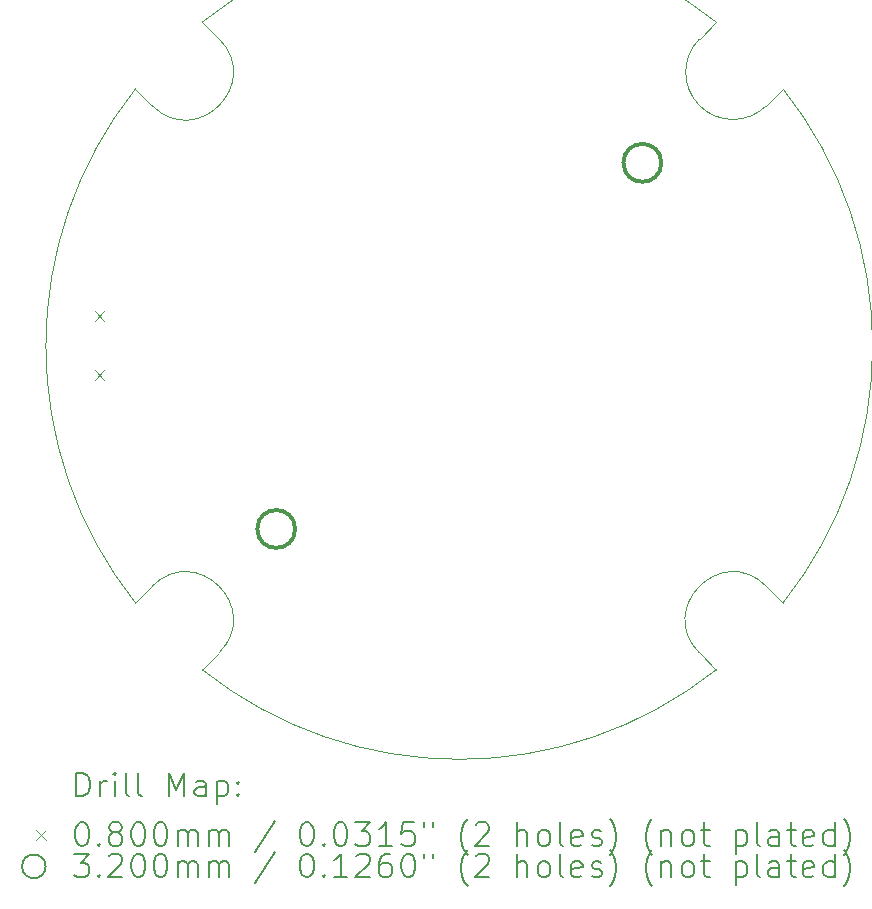
<source format=gbr>
%TF.GenerationSoftware,KiCad,Pcbnew,8.0.1*%
%TF.CreationDate,2024-06-06T10:40:47+02:00*%
%TF.ProjectId,led_strip_stand_lamp,6c65645f-7374-4726-9970-5f7374616e64,rev?*%
%TF.SameCoordinates,Original*%
%TF.FileFunction,Drillmap*%
%TF.FilePolarity,Positive*%
%FSLAX45Y45*%
G04 Gerber Fmt 4.5, Leading zero omitted, Abs format (unit mm)*
G04 Created by KiCad (PCBNEW 8.0.1) date 2024-06-06 10:40:48*
%MOMM*%
%LPD*%
G01*
G04 APERTURE LIST*
%ADD10C,0.050000*%
%ADD11C,0.200000*%
%ADD12C,0.100000*%
%ADD13C,0.320000*%
G04 APERTURE END LIST*
D10*
X-2006968Y2624230D02*
X-2148389Y2765651D01*
X2627321Y-2010476D02*
X2768743Y-2151898D01*
X-2714257Y-2151634D02*
G75*
G02*
X-2714075Y2200000I2741590J2175702D01*
G01*
X2061844Y2624021D02*
X2203266Y2765443D01*
X-2572862Y-2010268D02*
X-2714257Y-2151668D01*
X-2572654Y2058544D02*
X-2714075Y2199965D01*
X2203057Y-2717583D02*
G75*
G02*
X-2148619Y-2717401I-2175723J2741617D01*
G01*
X2061636Y-2576162D02*
X2203057Y-2717583D01*
X-2007176Y-2575954D02*
X-2148598Y-2717375D01*
X2768925Y2199736D02*
G75*
G02*
X2768743Y-2151898I-2741591J-2175702D01*
G01*
X2061636Y-2576162D02*
G75*
G02*
X2627321Y-2010476I282843J282842D01*
G01*
X-2572862Y-2010268D02*
G75*
G02*
X-2007176Y-2575953I282843J-282843D01*
G01*
X-2006968Y2624230D02*
G75*
G02*
X-2572654Y2058544I-282843J-282843D01*
G01*
X-2148389Y2765651D02*
G75*
G02*
X2203286Y2765469I2175723J-2741617D01*
G01*
X2627531Y2058334D02*
G75*
G02*
X2061844Y2624021I-282851J282836D01*
G01*
X2627530Y2058336D02*
X2768925Y2199736D01*
D11*
D12*
X-3060000Y316203D02*
X-2980000Y236203D01*
X-2980000Y316203D02*
X-3060000Y236203D01*
X-3060000Y-183797D02*
X-2980000Y-263797D01*
X-2980000Y-183797D02*
X-3060000Y-263797D01*
D13*
X-1362666Y-1525966D02*
G75*
G02*
X-1682666Y-1525966I-160000J0D01*
G01*
X-1682666Y-1525966D02*
G75*
G02*
X-1362666Y-1525966I160000J0D01*
G01*
X1737334Y1574034D02*
G75*
G02*
X1417334Y1574034I-160000J0D01*
G01*
X1417334Y1574034D02*
G75*
G02*
X1737334Y1574034I160000J0D01*
G01*
D11*
X-3214389Y-3789983D02*
X-3214389Y-3589983D01*
X-3214389Y-3589983D02*
X-3166770Y-3589983D01*
X-3166770Y-3589983D02*
X-3138199Y-3599507D01*
X-3138199Y-3599507D02*
X-3119151Y-3618555D01*
X-3119151Y-3618555D02*
X-3109627Y-3637602D01*
X-3109627Y-3637602D02*
X-3100103Y-3675697D01*
X-3100103Y-3675697D02*
X-3100103Y-3704269D01*
X-3100103Y-3704269D02*
X-3109627Y-3742364D01*
X-3109627Y-3742364D02*
X-3119151Y-3761412D01*
X-3119151Y-3761412D02*
X-3138199Y-3780459D01*
X-3138199Y-3780459D02*
X-3166770Y-3789983D01*
X-3166770Y-3789983D02*
X-3214389Y-3789983D01*
X-3014389Y-3789983D02*
X-3014389Y-3656650D01*
X-3014389Y-3694745D02*
X-3004865Y-3675697D01*
X-3004865Y-3675697D02*
X-2995341Y-3666174D01*
X-2995341Y-3666174D02*
X-2976294Y-3656650D01*
X-2976294Y-3656650D02*
X-2957246Y-3656650D01*
X-2890580Y-3789983D02*
X-2890580Y-3656650D01*
X-2890580Y-3589983D02*
X-2900103Y-3599507D01*
X-2900103Y-3599507D02*
X-2890580Y-3609031D01*
X-2890580Y-3609031D02*
X-2881056Y-3599507D01*
X-2881056Y-3599507D02*
X-2890580Y-3589983D01*
X-2890580Y-3589983D02*
X-2890580Y-3609031D01*
X-2766770Y-3789983D02*
X-2785818Y-3780459D01*
X-2785818Y-3780459D02*
X-2795342Y-3761412D01*
X-2795342Y-3761412D02*
X-2795342Y-3589983D01*
X-2662008Y-3789983D02*
X-2681056Y-3780459D01*
X-2681056Y-3780459D02*
X-2690580Y-3761412D01*
X-2690580Y-3761412D02*
X-2690580Y-3589983D01*
X-2433437Y-3789983D02*
X-2433437Y-3589983D01*
X-2433437Y-3589983D02*
X-2366770Y-3732840D01*
X-2366770Y-3732840D02*
X-2300103Y-3589983D01*
X-2300103Y-3589983D02*
X-2300103Y-3789983D01*
X-2119151Y-3789983D02*
X-2119151Y-3685221D01*
X-2119151Y-3685221D02*
X-2128675Y-3666174D01*
X-2128675Y-3666174D02*
X-2147722Y-3656650D01*
X-2147722Y-3656650D02*
X-2185818Y-3656650D01*
X-2185818Y-3656650D02*
X-2204865Y-3666174D01*
X-2119151Y-3780459D02*
X-2138199Y-3789983D01*
X-2138199Y-3789983D02*
X-2185818Y-3789983D01*
X-2185818Y-3789983D02*
X-2204865Y-3780459D01*
X-2204865Y-3780459D02*
X-2214389Y-3761412D01*
X-2214389Y-3761412D02*
X-2214389Y-3742364D01*
X-2214389Y-3742364D02*
X-2204865Y-3723317D01*
X-2204865Y-3723317D02*
X-2185818Y-3713793D01*
X-2185818Y-3713793D02*
X-2138199Y-3713793D01*
X-2138199Y-3713793D02*
X-2119151Y-3704269D01*
X-2023913Y-3656650D02*
X-2023913Y-3856650D01*
X-2023913Y-3666174D02*
X-2004865Y-3656650D01*
X-2004865Y-3656650D02*
X-1966770Y-3656650D01*
X-1966770Y-3656650D02*
X-1947722Y-3666174D01*
X-1947722Y-3666174D02*
X-1938199Y-3675697D01*
X-1938199Y-3675697D02*
X-1928675Y-3694745D01*
X-1928675Y-3694745D02*
X-1928675Y-3751888D01*
X-1928675Y-3751888D02*
X-1938199Y-3770936D01*
X-1938199Y-3770936D02*
X-1947722Y-3780459D01*
X-1947722Y-3780459D02*
X-1966770Y-3789983D01*
X-1966770Y-3789983D02*
X-2004865Y-3789983D01*
X-2004865Y-3789983D02*
X-2023913Y-3780459D01*
X-1842960Y-3770936D02*
X-1833437Y-3780459D01*
X-1833437Y-3780459D02*
X-1842960Y-3789983D01*
X-1842960Y-3789983D02*
X-1852484Y-3780459D01*
X-1852484Y-3780459D02*
X-1842960Y-3770936D01*
X-1842960Y-3770936D02*
X-1842960Y-3789983D01*
X-1842960Y-3666174D02*
X-1833437Y-3675697D01*
X-1833437Y-3675697D02*
X-1842960Y-3685221D01*
X-1842960Y-3685221D02*
X-1852484Y-3675697D01*
X-1852484Y-3675697D02*
X-1842960Y-3666174D01*
X-1842960Y-3666174D02*
X-1842960Y-3685221D01*
D12*
X-3555166Y-4078499D02*
X-3475166Y-4158499D01*
X-3475166Y-4078499D02*
X-3555166Y-4158499D01*
D11*
X-3176294Y-4009983D02*
X-3157246Y-4009983D01*
X-3157246Y-4009983D02*
X-3138199Y-4019507D01*
X-3138199Y-4019507D02*
X-3128675Y-4029031D01*
X-3128675Y-4029031D02*
X-3119151Y-4048078D01*
X-3119151Y-4048078D02*
X-3109627Y-4086174D01*
X-3109627Y-4086174D02*
X-3109627Y-4133793D01*
X-3109627Y-4133793D02*
X-3119151Y-4171888D01*
X-3119151Y-4171888D02*
X-3128675Y-4190936D01*
X-3128675Y-4190936D02*
X-3138199Y-4200460D01*
X-3138199Y-4200460D02*
X-3157246Y-4209983D01*
X-3157246Y-4209983D02*
X-3176294Y-4209983D01*
X-3176294Y-4209983D02*
X-3195341Y-4200460D01*
X-3195341Y-4200460D02*
X-3204865Y-4190936D01*
X-3204865Y-4190936D02*
X-3214389Y-4171888D01*
X-3214389Y-4171888D02*
X-3223913Y-4133793D01*
X-3223913Y-4133793D02*
X-3223913Y-4086174D01*
X-3223913Y-4086174D02*
X-3214389Y-4048078D01*
X-3214389Y-4048078D02*
X-3204865Y-4029031D01*
X-3204865Y-4029031D02*
X-3195341Y-4019507D01*
X-3195341Y-4019507D02*
X-3176294Y-4009983D01*
X-3023913Y-4190936D02*
X-3014389Y-4200460D01*
X-3014389Y-4200460D02*
X-3023913Y-4209983D01*
X-3023913Y-4209983D02*
X-3033437Y-4200460D01*
X-3033437Y-4200460D02*
X-3023913Y-4190936D01*
X-3023913Y-4190936D02*
X-3023913Y-4209983D01*
X-2900103Y-4095697D02*
X-2919151Y-4086174D01*
X-2919151Y-4086174D02*
X-2928675Y-4076650D01*
X-2928675Y-4076650D02*
X-2938199Y-4057602D01*
X-2938199Y-4057602D02*
X-2938199Y-4048078D01*
X-2938199Y-4048078D02*
X-2928675Y-4029031D01*
X-2928675Y-4029031D02*
X-2919151Y-4019507D01*
X-2919151Y-4019507D02*
X-2900103Y-4009983D01*
X-2900103Y-4009983D02*
X-2862008Y-4009983D01*
X-2862008Y-4009983D02*
X-2842960Y-4019507D01*
X-2842960Y-4019507D02*
X-2833437Y-4029031D01*
X-2833437Y-4029031D02*
X-2823913Y-4048078D01*
X-2823913Y-4048078D02*
X-2823913Y-4057602D01*
X-2823913Y-4057602D02*
X-2833437Y-4076650D01*
X-2833437Y-4076650D02*
X-2842960Y-4086174D01*
X-2842960Y-4086174D02*
X-2862008Y-4095697D01*
X-2862008Y-4095697D02*
X-2900103Y-4095697D01*
X-2900103Y-4095697D02*
X-2919151Y-4105221D01*
X-2919151Y-4105221D02*
X-2928675Y-4114745D01*
X-2928675Y-4114745D02*
X-2938199Y-4133793D01*
X-2938199Y-4133793D02*
X-2938199Y-4171888D01*
X-2938199Y-4171888D02*
X-2928675Y-4190936D01*
X-2928675Y-4190936D02*
X-2919151Y-4200460D01*
X-2919151Y-4200460D02*
X-2900103Y-4209983D01*
X-2900103Y-4209983D02*
X-2862008Y-4209983D01*
X-2862008Y-4209983D02*
X-2842960Y-4200460D01*
X-2842960Y-4200460D02*
X-2833437Y-4190936D01*
X-2833437Y-4190936D02*
X-2823913Y-4171888D01*
X-2823913Y-4171888D02*
X-2823913Y-4133793D01*
X-2823913Y-4133793D02*
X-2833437Y-4114745D01*
X-2833437Y-4114745D02*
X-2842960Y-4105221D01*
X-2842960Y-4105221D02*
X-2862008Y-4095697D01*
X-2700103Y-4009983D02*
X-2681056Y-4009983D01*
X-2681056Y-4009983D02*
X-2662008Y-4019507D01*
X-2662008Y-4019507D02*
X-2652484Y-4029031D01*
X-2652484Y-4029031D02*
X-2642961Y-4048078D01*
X-2642961Y-4048078D02*
X-2633437Y-4086174D01*
X-2633437Y-4086174D02*
X-2633437Y-4133793D01*
X-2633437Y-4133793D02*
X-2642961Y-4171888D01*
X-2642961Y-4171888D02*
X-2652484Y-4190936D01*
X-2652484Y-4190936D02*
X-2662008Y-4200460D01*
X-2662008Y-4200460D02*
X-2681056Y-4209983D01*
X-2681056Y-4209983D02*
X-2700103Y-4209983D01*
X-2700103Y-4209983D02*
X-2719151Y-4200460D01*
X-2719151Y-4200460D02*
X-2728675Y-4190936D01*
X-2728675Y-4190936D02*
X-2738199Y-4171888D01*
X-2738199Y-4171888D02*
X-2747722Y-4133793D01*
X-2747722Y-4133793D02*
X-2747722Y-4086174D01*
X-2747722Y-4086174D02*
X-2738199Y-4048078D01*
X-2738199Y-4048078D02*
X-2728675Y-4029031D01*
X-2728675Y-4029031D02*
X-2719151Y-4019507D01*
X-2719151Y-4019507D02*
X-2700103Y-4009983D01*
X-2509627Y-4009983D02*
X-2490580Y-4009983D01*
X-2490580Y-4009983D02*
X-2471532Y-4019507D01*
X-2471532Y-4019507D02*
X-2462008Y-4029031D01*
X-2462008Y-4029031D02*
X-2452484Y-4048078D01*
X-2452484Y-4048078D02*
X-2442961Y-4086174D01*
X-2442961Y-4086174D02*
X-2442961Y-4133793D01*
X-2442961Y-4133793D02*
X-2452484Y-4171888D01*
X-2452484Y-4171888D02*
X-2462008Y-4190936D01*
X-2462008Y-4190936D02*
X-2471532Y-4200460D01*
X-2471532Y-4200460D02*
X-2490580Y-4209983D01*
X-2490580Y-4209983D02*
X-2509627Y-4209983D01*
X-2509627Y-4209983D02*
X-2528675Y-4200460D01*
X-2528675Y-4200460D02*
X-2538199Y-4190936D01*
X-2538199Y-4190936D02*
X-2547722Y-4171888D01*
X-2547722Y-4171888D02*
X-2557246Y-4133793D01*
X-2557246Y-4133793D02*
X-2557246Y-4086174D01*
X-2557246Y-4086174D02*
X-2547722Y-4048078D01*
X-2547722Y-4048078D02*
X-2538199Y-4029031D01*
X-2538199Y-4029031D02*
X-2528675Y-4019507D01*
X-2528675Y-4019507D02*
X-2509627Y-4009983D01*
X-2357246Y-4209983D02*
X-2357246Y-4076650D01*
X-2357246Y-4095697D02*
X-2347722Y-4086174D01*
X-2347722Y-4086174D02*
X-2328675Y-4076650D01*
X-2328675Y-4076650D02*
X-2300103Y-4076650D01*
X-2300103Y-4076650D02*
X-2281056Y-4086174D01*
X-2281056Y-4086174D02*
X-2271532Y-4105221D01*
X-2271532Y-4105221D02*
X-2271532Y-4209983D01*
X-2271532Y-4105221D02*
X-2262008Y-4086174D01*
X-2262008Y-4086174D02*
X-2242961Y-4076650D01*
X-2242961Y-4076650D02*
X-2214389Y-4076650D01*
X-2214389Y-4076650D02*
X-2195341Y-4086174D01*
X-2195341Y-4086174D02*
X-2185818Y-4105221D01*
X-2185818Y-4105221D02*
X-2185818Y-4209983D01*
X-2090579Y-4209983D02*
X-2090579Y-4076650D01*
X-2090579Y-4095697D02*
X-2081056Y-4086174D01*
X-2081056Y-4086174D02*
X-2062008Y-4076650D01*
X-2062008Y-4076650D02*
X-2033437Y-4076650D01*
X-2033437Y-4076650D02*
X-2014389Y-4086174D01*
X-2014389Y-4086174D02*
X-2004865Y-4105221D01*
X-2004865Y-4105221D02*
X-2004865Y-4209983D01*
X-2004865Y-4105221D02*
X-1995341Y-4086174D01*
X-1995341Y-4086174D02*
X-1976294Y-4076650D01*
X-1976294Y-4076650D02*
X-1947722Y-4076650D01*
X-1947722Y-4076650D02*
X-1928675Y-4086174D01*
X-1928675Y-4086174D02*
X-1919151Y-4105221D01*
X-1919151Y-4105221D02*
X-1919151Y-4209983D01*
X-1528675Y-4000459D02*
X-1700103Y-4257602D01*
X-1271532Y-4009983D02*
X-1252484Y-4009983D01*
X-1252484Y-4009983D02*
X-1233437Y-4019507D01*
X-1233437Y-4019507D02*
X-1223913Y-4029031D01*
X-1223913Y-4029031D02*
X-1214389Y-4048078D01*
X-1214389Y-4048078D02*
X-1204865Y-4086174D01*
X-1204865Y-4086174D02*
X-1204865Y-4133793D01*
X-1204865Y-4133793D02*
X-1214389Y-4171888D01*
X-1214389Y-4171888D02*
X-1223913Y-4190936D01*
X-1223913Y-4190936D02*
X-1233437Y-4200460D01*
X-1233437Y-4200460D02*
X-1252484Y-4209983D01*
X-1252484Y-4209983D02*
X-1271532Y-4209983D01*
X-1271532Y-4209983D02*
X-1290579Y-4200460D01*
X-1290579Y-4200460D02*
X-1300103Y-4190936D01*
X-1300103Y-4190936D02*
X-1309627Y-4171888D01*
X-1309627Y-4171888D02*
X-1319151Y-4133793D01*
X-1319151Y-4133793D02*
X-1319151Y-4086174D01*
X-1319151Y-4086174D02*
X-1309627Y-4048078D01*
X-1309627Y-4048078D02*
X-1300103Y-4029031D01*
X-1300103Y-4029031D02*
X-1290579Y-4019507D01*
X-1290579Y-4019507D02*
X-1271532Y-4009983D01*
X-1119151Y-4190936D02*
X-1109627Y-4200460D01*
X-1109627Y-4200460D02*
X-1119151Y-4209983D01*
X-1119151Y-4209983D02*
X-1128675Y-4200460D01*
X-1128675Y-4200460D02*
X-1119151Y-4190936D01*
X-1119151Y-4190936D02*
X-1119151Y-4209983D01*
X-985817Y-4009983D02*
X-966770Y-4009983D01*
X-966770Y-4009983D02*
X-947722Y-4019507D01*
X-947722Y-4019507D02*
X-938198Y-4029031D01*
X-938198Y-4029031D02*
X-928675Y-4048078D01*
X-928675Y-4048078D02*
X-919151Y-4086174D01*
X-919151Y-4086174D02*
X-919151Y-4133793D01*
X-919151Y-4133793D02*
X-928675Y-4171888D01*
X-928675Y-4171888D02*
X-938198Y-4190936D01*
X-938198Y-4190936D02*
X-947722Y-4200460D01*
X-947722Y-4200460D02*
X-966770Y-4209983D01*
X-966770Y-4209983D02*
X-985817Y-4209983D01*
X-985817Y-4209983D02*
X-1004865Y-4200460D01*
X-1004865Y-4200460D02*
X-1014389Y-4190936D01*
X-1014389Y-4190936D02*
X-1023913Y-4171888D01*
X-1023913Y-4171888D02*
X-1033436Y-4133793D01*
X-1033436Y-4133793D02*
X-1033436Y-4086174D01*
X-1033436Y-4086174D02*
X-1023913Y-4048078D01*
X-1023913Y-4048078D02*
X-1014389Y-4029031D01*
X-1014389Y-4029031D02*
X-1004865Y-4019507D01*
X-1004865Y-4019507D02*
X-985817Y-4009983D01*
X-852484Y-4009983D02*
X-728675Y-4009983D01*
X-728675Y-4009983D02*
X-795341Y-4086174D01*
X-795341Y-4086174D02*
X-766770Y-4086174D01*
X-766770Y-4086174D02*
X-747722Y-4095697D01*
X-747722Y-4095697D02*
X-738198Y-4105221D01*
X-738198Y-4105221D02*
X-728675Y-4124269D01*
X-728675Y-4124269D02*
X-728675Y-4171888D01*
X-728675Y-4171888D02*
X-738198Y-4190936D01*
X-738198Y-4190936D02*
X-747722Y-4200460D01*
X-747722Y-4200460D02*
X-766770Y-4209983D01*
X-766770Y-4209983D02*
X-823913Y-4209983D01*
X-823913Y-4209983D02*
X-842960Y-4200460D01*
X-842960Y-4200460D02*
X-852484Y-4190936D01*
X-538198Y-4209983D02*
X-652484Y-4209983D01*
X-595341Y-4209983D02*
X-595341Y-4009983D01*
X-595341Y-4009983D02*
X-614389Y-4038555D01*
X-614389Y-4038555D02*
X-633437Y-4057602D01*
X-633437Y-4057602D02*
X-652484Y-4067126D01*
X-357246Y-4009983D02*
X-452484Y-4009983D01*
X-452484Y-4009983D02*
X-462008Y-4105221D01*
X-462008Y-4105221D02*
X-452484Y-4095697D01*
X-452484Y-4095697D02*
X-433436Y-4086174D01*
X-433436Y-4086174D02*
X-385817Y-4086174D01*
X-385817Y-4086174D02*
X-366770Y-4095697D01*
X-366770Y-4095697D02*
X-357246Y-4105221D01*
X-357246Y-4105221D02*
X-347722Y-4124269D01*
X-347722Y-4124269D02*
X-347722Y-4171888D01*
X-347722Y-4171888D02*
X-357246Y-4190936D01*
X-357246Y-4190936D02*
X-366770Y-4200460D01*
X-366770Y-4200460D02*
X-385817Y-4209983D01*
X-385817Y-4209983D02*
X-433436Y-4209983D01*
X-433436Y-4209983D02*
X-452484Y-4200460D01*
X-452484Y-4200460D02*
X-462008Y-4190936D01*
X-271532Y-4009983D02*
X-271532Y-4048078D01*
X-195341Y-4009983D02*
X-195341Y-4048078D01*
X99897Y-4286174D02*
X90373Y-4276650D01*
X90373Y-4276650D02*
X71325Y-4248079D01*
X71325Y-4248079D02*
X61802Y-4229031D01*
X61802Y-4229031D02*
X52278Y-4200460D01*
X52278Y-4200460D02*
X42754Y-4152840D01*
X42754Y-4152840D02*
X42754Y-4114745D01*
X42754Y-4114745D02*
X52278Y-4067126D01*
X52278Y-4067126D02*
X61802Y-4038555D01*
X61802Y-4038555D02*
X71325Y-4019507D01*
X71325Y-4019507D02*
X90373Y-3990936D01*
X90373Y-3990936D02*
X99897Y-3981412D01*
X166564Y-4029031D02*
X176087Y-4019507D01*
X176087Y-4019507D02*
X195135Y-4009983D01*
X195135Y-4009983D02*
X242754Y-4009983D01*
X242754Y-4009983D02*
X261802Y-4019507D01*
X261802Y-4019507D02*
X271325Y-4029031D01*
X271325Y-4029031D02*
X280849Y-4048078D01*
X280849Y-4048078D02*
X280849Y-4067126D01*
X280849Y-4067126D02*
X271325Y-4095697D01*
X271325Y-4095697D02*
X157040Y-4209983D01*
X157040Y-4209983D02*
X280849Y-4209983D01*
X518944Y-4209983D02*
X518944Y-4009983D01*
X604659Y-4209983D02*
X604659Y-4105221D01*
X604659Y-4105221D02*
X595135Y-4086174D01*
X595135Y-4086174D02*
X576087Y-4076650D01*
X576087Y-4076650D02*
X547516Y-4076650D01*
X547516Y-4076650D02*
X528468Y-4086174D01*
X528468Y-4086174D02*
X518944Y-4095697D01*
X728468Y-4209983D02*
X709421Y-4200460D01*
X709421Y-4200460D02*
X699897Y-4190936D01*
X699897Y-4190936D02*
X690373Y-4171888D01*
X690373Y-4171888D02*
X690373Y-4114745D01*
X690373Y-4114745D02*
X699897Y-4095697D01*
X699897Y-4095697D02*
X709421Y-4086174D01*
X709421Y-4086174D02*
X728468Y-4076650D01*
X728468Y-4076650D02*
X757040Y-4076650D01*
X757040Y-4076650D02*
X776087Y-4086174D01*
X776087Y-4086174D02*
X785611Y-4095697D01*
X785611Y-4095697D02*
X795135Y-4114745D01*
X795135Y-4114745D02*
X795135Y-4171888D01*
X795135Y-4171888D02*
X785611Y-4190936D01*
X785611Y-4190936D02*
X776087Y-4200460D01*
X776087Y-4200460D02*
X757040Y-4209983D01*
X757040Y-4209983D02*
X728468Y-4209983D01*
X909421Y-4209983D02*
X890373Y-4200460D01*
X890373Y-4200460D02*
X880849Y-4181412D01*
X880849Y-4181412D02*
X880849Y-4009983D01*
X1061802Y-4200460D02*
X1042754Y-4209983D01*
X1042754Y-4209983D02*
X1004659Y-4209983D01*
X1004659Y-4209983D02*
X985611Y-4200460D01*
X985611Y-4200460D02*
X976087Y-4181412D01*
X976087Y-4181412D02*
X976087Y-4105221D01*
X976087Y-4105221D02*
X985611Y-4086174D01*
X985611Y-4086174D02*
X1004659Y-4076650D01*
X1004659Y-4076650D02*
X1042754Y-4076650D01*
X1042754Y-4076650D02*
X1061802Y-4086174D01*
X1061802Y-4086174D02*
X1071326Y-4105221D01*
X1071326Y-4105221D02*
X1071326Y-4124269D01*
X1071326Y-4124269D02*
X976087Y-4143317D01*
X1147516Y-4200460D02*
X1166564Y-4209983D01*
X1166564Y-4209983D02*
X1204659Y-4209983D01*
X1204659Y-4209983D02*
X1223707Y-4200460D01*
X1223707Y-4200460D02*
X1233230Y-4181412D01*
X1233230Y-4181412D02*
X1233230Y-4171888D01*
X1233230Y-4171888D02*
X1223707Y-4152840D01*
X1223707Y-4152840D02*
X1204659Y-4143317D01*
X1204659Y-4143317D02*
X1176087Y-4143317D01*
X1176087Y-4143317D02*
X1157040Y-4133793D01*
X1157040Y-4133793D02*
X1147516Y-4114745D01*
X1147516Y-4114745D02*
X1147516Y-4105221D01*
X1147516Y-4105221D02*
X1157040Y-4086174D01*
X1157040Y-4086174D02*
X1176087Y-4076650D01*
X1176087Y-4076650D02*
X1204659Y-4076650D01*
X1204659Y-4076650D02*
X1223707Y-4086174D01*
X1299897Y-4286174D02*
X1309421Y-4276650D01*
X1309421Y-4276650D02*
X1328468Y-4248079D01*
X1328468Y-4248079D02*
X1337992Y-4229031D01*
X1337992Y-4229031D02*
X1347516Y-4200460D01*
X1347516Y-4200460D02*
X1357040Y-4152840D01*
X1357040Y-4152840D02*
X1357040Y-4114745D01*
X1357040Y-4114745D02*
X1347516Y-4067126D01*
X1347516Y-4067126D02*
X1337992Y-4038555D01*
X1337992Y-4038555D02*
X1328468Y-4019507D01*
X1328468Y-4019507D02*
X1309421Y-3990936D01*
X1309421Y-3990936D02*
X1299897Y-3981412D01*
X1661802Y-4286174D02*
X1652278Y-4276650D01*
X1652278Y-4276650D02*
X1633230Y-4248079D01*
X1633230Y-4248079D02*
X1623706Y-4229031D01*
X1623706Y-4229031D02*
X1614183Y-4200460D01*
X1614183Y-4200460D02*
X1604659Y-4152840D01*
X1604659Y-4152840D02*
X1604659Y-4114745D01*
X1604659Y-4114745D02*
X1614183Y-4067126D01*
X1614183Y-4067126D02*
X1623706Y-4038555D01*
X1623706Y-4038555D02*
X1633230Y-4019507D01*
X1633230Y-4019507D02*
X1652278Y-3990936D01*
X1652278Y-3990936D02*
X1661802Y-3981412D01*
X1737992Y-4076650D02*
X1737992Y-4209983D01*
X1737992Y-4095697D02*
X1747516Y-4086174D01*
X1747516Y-4086174D02*
X1766564Y-4076650D01*
X1766564Y-4076650D02*
X1795135Y-4076650D01*
X1795135Y-4076650D02*
X1814183Y-4086174D01*
X1814183Y-4086174D02*
X1823706Y-4105221D01*
X1823706Y-4105221D02*
X1823706Y-4209983D01*
X1947516Y-4209983D02*
X1928468Y-4200460D01*
X1928468Y-4200460D02*
X1918945Y-4190936D01*
X1918945Y-4190936D02*
X1909421Y-4171888D01*
X1909421Y-4171888D02*
X1909421Y-4114745D01*
X1909421Y-4114745D02*
X1918945Y-4095697D01*
X1918945Y-4095697D02*
X1928468Y-4086174D01*
X1928468Y-4086174D02*
X1947516Y-4076650D01*
X1947516Y-4076650D02*
X1976087Y-4076650D01*
X1976087Y-4076650D02*
X1995135Y-4086174D01*
X1995135Y-4086174D02*
X2004659Y-4095697D01*
X2004659Y-4095697D02*
X2014183Y-4114745D01*
X2014183Y-4114745D02*
X2014183Y-4171888D01*
X2014183Y-4171888D02*
X2004659Y-4190936D01*
X2004659Y-4190936D02*
X1995135Y-4200460D01*
X1995135Y-4200460D02*
X1976087Y-4209983D01*
X1976087Y-4209983D02*
X1947516Y-4209983D01*
X2071326Y-4076650D02*
X2147516Y-4076650D01*
X2099897Y-4009983D02*
X2099897Y-4181412D01*
X2099897Y-4181412D02*
X2109421Y-4200460D01*
X2109421Y-4200460D02*
X2128468Y-4209983D01*
X2128468Y-4209983D02*
X2147516Y-4209983D01*
X2366564Y-4076650D02*
X2366564Y-4276650D01*
X2366564Y-4086174D02*
X2385611Y-4076650D01*
X2385611Y-4076650D02*
X2423707Y-4076650D01*
X2423707Y-4076650D02*
X2442754Y-4086174D01*
X2442754Y-4086174D02*
X2452278Y-4095697D01*
X2452278Y-4095697D02*
X2461802Y-4114745D01*
X2461802Y-4114745D02*
X2461802Y-4171888D01*
X2461802Y-4171888D02*
X2452278Y-4190936D01*
X2452278Y-4190936D02*
X2442754Y-4200460D01*
X2442754Y-4200460D02*
X2423707Y-4209983D01*
X2423707Y-4209983D02*
X2385611Y-4209983D01*
X2385611Y-4209983D02*
X2366564Y-4200460D01*
X2576088Y-4209983D02*
X2557040Y-4200460D01*
X2557040Y-4200460D02*
X2547516Y-4181412D01*
X2547516Y-4181412D02*
X2547516Y-4009983D01*
X2737992Y-4209983D02*
X2737992Y-4105221D01*
X2737992Y-4105221D02*
X2728469Y-4086174D01*
X2728469Y-4086174D02*
X2709421Y-4076650D01*
X2709421Y-4076650D02*
X2671326Y-4076650D01*
X2671326Y-4076650D02*
X2652278Y-4086174D01*
X2737992Y-4200460D02*
X2718945Y-4209983D01*
X2718945Y-4209983D02*
X2671326Y-4209983D01*
X2671326Y-4209983D02*
X2652278Y-4200460D01*
X2652278Y-4200460D02*
X2642754Y-4181412D01*
X2642754Y-4181412D02*
X2642754Y-4162364D01*
X2642754Y-4162364D02*
X2652278Y-4143317D01*
X2652278Y-4143317D02*
X2671326Y-4133793D01*
X2671326Y-4133793D02*
X2718945Y-4133793D01*
X2718945Y-4133793D02*
X2737992Y-4124269D01*
X2804659Y-4076650D02*
X2880849Y-4076650D01*
X2833230Y-4009983D02*
X2833230Y-4181412D01*
X2833230Y-4181412D02*
X2842754Y-4200460D01*
X2842754Y-4200460D02*
X2861802Y-4209983D01*
X2861802Y-4209983D02*
X2880849Y-4209983D01*
X3023707Y-4200460D02*
X3004659Y-4209983D01*
X3004659Y-4209983D02*
X2966564Y-4209983D01*
X2966564Y-4209983D02*
X2947516Y-4200460D01*
X2947516Y-4200460D02*
X2937992Y-4181412D01*
X2937992Y-4181412D02*
X2937992Y-4105221D01*
X2937992Y-4105221D02*
X2947516Y-4086174D01*
X2947516Y-4086174D02*
X2966564Y-4076650D01*
X2966564Y-4076650D02*
X3004659Y-4076650D01*
X3004659Y-4076650D02*
X3023707Y-4086174D01*
X3023707Y-4086174D02*
X3033230Y-4105221D01*
X3033230Y-4105221D02*
X3033230Y-4124269D01*
X3033230Y-4124269D02*
X2937992Y-4143317D01*
X3204659Y-4209983D02*
X3204659Y-4009983D01*
X3204659Y-4200460D02*
X3185611Y-4209983D01*
X3185611Y-4209983D02*
X3147516Y-4209983D01*
X3147516Y-4209983D02*
X3128468Y-4200460D01*
X3128468Y-4200460D02*
X3118945Y-4190936D01*
X3118945Y-4190936D02*
X3109421Y-4171888D01*
X3109421Y-4171888D02*
X3109421Y-4114745D01*
X3109421Y-4114745D02*
X3118945Y-4095697D01*
X3118945Y-4095697D02*
X3128468Y-4086174D01*
X3128468Y-4086174D02*
X3147516Y-4076650D01*
X3147516Y-4076650D02*
X3185611Y-4076650D01*
X3185611Y-4076650D02*
X3204659Y-4086174D01*
X3280849Y-4286174D02*
X3290373Y-4276650D01*
X3290373Y-4276650D02*
X3309421Y-4248079D01*
X3309421Y-4248079D02*
X3318945Y-4229031D01*
X3318945Y-4229031D02*
X3328468Y-4200460D01*
X3328468Y-4200460D02*
X3337992Y-4152840D01*
X3337992Y-4152840D02*
X3337992Y-4114745D01*
X3337992Y-4114745D02*
X3328468Y-4067126D01*
X3328468Y-4067126D02*
X3318945Y-4038555D01*
X3318945Y-4038555D02*
X3309421Y-4019507D01*
X3309421Y-4019507D02*
X3290373Y-3990936D01*
X3290373Y-3990936D02*
X3280849Y-3981412D01*
X-3475166Y-4382500D02*
G75*
G02*
X-3675166Y-4382500I-100000J0D01*
G01*
X-3675166Y-4382500D02*
G75*
G02*
X-3475166Y-4382500I100000J0D01*
G01*
X-3233437Y-4273983D02*
X-3109627Y-4273983D01*
X-3109627Y-4273983D02*
X-3176294Y-4350174D01*
X-3176294Y-4350174D02*
X-3147722Y-4350174D01*
X-3147722Y-4350174D02*
X-3128675Y-4359698D01*
X-3128675Y-4359698D02*
X-3119151Y-4369221D01*
X-3119151Y-4369221D02*
X-3109627Y-4388269D01*
X-3109627Y-4388269D02*
X-3109627Y-4435888D01*
X-3109627Y-4435888D02*
X-3119151Y-4454936D01*
X-3119151Y-4454936D02*
X-3128675Y-4464460D01*
X-3128675Y-4464460D02*
X-3147722Y-4473983D01*
X-3147722Y-4473983D02*
X-3204865Y-4473983D01*
X-3204865Y-4473983D02*
X-3223913Y-4464460D01*
X-3223913Y-4464460D02*
X-3233437Y-4454936D01*
X-3023913Y-4454936D02*
X-3014389Y-4464460D01*
X-3014389Y-4464460D02*
X-3023913Y-4473983D01*
X-3023913Y-4473983D02*
X-3033437Y-4464460D01*
X-3033437Y-4464460D02*
X-3023913Y-4454936D01*
X-3023913Y-4454936D02*
X-3023913Y-4473983D01*
X-2938199Y-4293031D02*
X-2928675Y-4283507D01*
X-2928675Y-4283507D02*
X-2909627Y-4273983D01*
X-2909627Y-4273983D02*
X-2862008Y-4273983D01*
X-2862008Y-4273983D02*
X-2842960Y-4283507D01*
X-2842960Y-4283507D02*
X-2833437Y-4293031D01*
X-2833437Y-4293031D02*
X-2823913Y-4312079D01*
X-2823913Y-4312079D02*
X-2823913Y-4331126D01*
X-2823913Y-4331126D02*
X-2833437Y-4359698D01*
X-2833437Y-4359698D02*
X-2947722Y-4473983D01*
X-2947722Y-4473983D02*
X-2823913Y-4473983D01*
X-2700103Y-4273983D02*
X-2681056Y-4273983D01*
X-2681056Y-4273983D02*
X-2662008Y-4283507D01*
X-2662008Y-4283507D02*
X-2652484Y-4293031D01*
X-2652484Y-4293031D02*
X-2642961Y-4312079D01*
X-2642961Y-4312079D02*
X-2633437Y-4350174D01*
X-2633437Y-4350174D02*
X-2633437Y-4397793D01*
X-2633437Y-4397793D02*
X-2642961Y-4435888D01*
X-2642961Y-4435888D02*
X-2652484Y-4454936D01*
X-2652484Y-4454936D02*
X-2662008Y-4464460D01*
X-2662008Y-4464460D02*
X-2681056Y-4473983D01*
X-2681056Y-4473983D02*
X-2700103Y-4473983D01*
X-2700103Y-4473983D02*
X-2719151Y-4464460D01*
X-2719151Y-4464460D02*
X-2728675Y-4454936D01*
X-2728675Y-4454936D02*
X-2738199Y-4435888D01*
X-2738199Y-4435888D02*
X-2747722Y-4397793D01*
X-2747722Y-4397793D02*
X-2747722Y-4350174D01*
X-2747722Y-4350174D02*
X-2738199Y-4312079D01*
X-2738199Y-4312079D02*
X-2728675Y-4293031D01*
X-2728675Y-4293031D02*
X-2719151Y-4283507D01*
X-2719151Y-4283507D02*
X-2700103Y-4273983D01*
X-2509627Y-4273983D02*
X-2490580Y-4273983D01*
X-2490580Y-4273983D02*
X-2471532Y-4283507D01*
X-2471532Y-4283507D02*
X-2462008Y-4293031D01*
X-2462008Y-4293031D02*
X-2452484Y-4312079D01*
X-2452484Y-4312079D02*
X-2442961Y-4350174D01*
X-2442961Y-4350174D02*
X-2442961Y-4397793D01*
X-2442961Y-4397793D02*
X-2452484Y-4435888D01*
X-2452484Y-4435888D02*
X-2462008Y-4454936D01*
X-2462008Y-4454936D02*
X-2471532Y-4464460D01*
X-2471532Y-4464460D02*
X-2490580Y-4473983D01*
X-2490580Y-4473983D02*
X-2509627Y-4473983D01*
X-2509627Y-4473983D02*
X-2528675Y-4464460D01*
X-2528675Y-4464460D02*
X-2538199Y-4454936D01*
X-2538199Y-4454936D02*
X-2547722Y-4435888D01*
X-2547722Y-4435888D02*
X-2557246Y-4397793D01*
X-2557246Y-4397793D02*
X-2557246Y-4350174D01*
X-2557246Y-4350174D02*
X-2547722Y-4312079D01*
X-2547722Y-4312079D02*
X-2538199Y-4293031D01*
X-2538199Y-4293031D02*
X-2528675Y-4283507D01*
X-2528675Y-4283507D02*
X-2509627Y-4273983D01*
X-2357246Y-4473983D02*
X-2357246Y-4340650D01*
X-2357246Y-4359698D02*
X-2347722Y-4350174D01*
X-2347722Y-4350174D02*
X-2328675Y-4340650D01*
X-2328675Y-4340650D02*
X-2300103Y-4340650D01*
X-2300103Y-4340650D02*
X-2281056Y-4350174D01*
X-2281056Y-4350174D02*
X-2271532Y-4369221D01*
X-2271532Y-4369221D02*
X-2271532Y-4473983D01*
X-2271532Y-4369221D02*
X-2262008Y-4350174D01*
X-2262008Y-4350174D02*
X-2242961Y-4340650D01*
X-2242961Y-4340650D02*
X-2214389Y-4340650D01*
X-2214389Y-4340650D02*
X-2195341Y-4350174D01*
X-2195341Y-4350174D02*
X-2185818Y-4369221D01*
X-2185818Y-4369221D02*
X-2185818Y-4473983D01*
X-2090579Y-4473983D02*
X-2090579Y-4340650D01*
X-2090579Y-4359698D02*
X-2081056Y-4350174D01*
X-2081056Y-4350174D02*
X-2062008Y-4340650D01*
X-2062008Y-4340650D02*
X-2033437Y-4340650D01*
X-2033437Y-4340650D02*
X-2014389Y-4350174D01*
X-2014389Y-4350174D02*
X-2004865Y-4369221D01*
X-2004865Y-4369221D02*
X-2004865Y-4473983D01*
X-2004865Y-4369221D02*
X-1995341Y-4350174D01*
X-1995341Y-4350174D02*
X-1976294Y-4340650D01*
X-1976294Y-4340650D02*
X-1947722Y-4340650D01*
X-1947722Y-4340650D02*
X-1928675Y-4350174D01*
X-1928675Y-4350174D02*
X-1919151Y-4369221D01*
X-1919151Y-4369221D02*
X-1919151Y-4473983D01*
X-1528675Y-4264460D02*
X-1700103Y-4521602D01*
X-1271532Y-4273983D02*
X-1252484Y-4273983D01*
X-1252484Y-4273983D02*
X-1233437Y-4283507D01*
X-1233437Y-4283507D02*
X-1223913Y-4293031D01*
X-1223913Y-4293031D02*
X-1214389Y-4312079D01*
X-1214389Y-4312079D02*
X-1204865Y-4350174D01*
X-1204865Y-4350174D02*
X-1204865Y-4397793D01*
X-1204865Y-4397793D02*
X-1214389Y-4435888D01*
X-1214389Y-4435888D02*
X-1223913Y-4454936D01*
X-1223913Y-4454936D02*
X-1233437Y-4464460D01*
X-1233437Y-4464460D02*
X-1252484Y-4473983D01*
X-1252484Y-4473983D02*
X-1271532Y-4473983D01*
X-1271532Y-4473983D02*
X-1290579Y-4464460D01*
X-1290579Y-4464460D02*
X-1300103Y-4454936D01*
X-1300103Y-4454936D02*
X-1309627Y-4435888D01*
X-1309627Y-4435888D02*
X-1319151Y-4397793D01*
X-1319151Y-4397793D02*
X-1319151Y-4350174D01*
X-1319151Y-4350174D02*
X-1309627Y-4312079D01*
X-1309627Y-4312079D02*
X-1300103Y-4293031D01*
X-1300103Y-4293031D02*
X-1290579Y-4283507D01*
X-1290579Y-4283507D02*
X-1271532Y-4273983D01*
X-1119151Y-4454936D02*
X-1109627Y-4464460D01*
X-1109627Y-4464460D02*
X-1119151Y-4473983D01*
X-1119151Y-4473983D02*
X-1128675Y-4464460D01*
X-1128675Y-4464460D02*
X-1119151Y-4454936D01*
X-1119151Y-4454936D02*
X-1119151Y-4473983D01*
X-919151Y-4473983D02*
X-1033436Y-4473983D01*
X-976294Y-4473983D02*
X-976294Y-4273983D01*
X-976294Y-4273983D02*
X-995341Y-4302555D01*
X-995341Y-4302555D02*
X-1014389Y-4321602D01*
X-1014389Y-4321602D02*
X-1033436Y-4331126D01*
X-842960Y-4293031D02*
X-833436Y-4283507D01*
X-833436Y-4283507D02*
X-814389Y-4273983D01*
X-814389Y-4273983D02*
X-766770Y-4273983D01*
X-766770Y-4273983D02*
X-747722Y-4283507D01*
X-747722Y-4283507D02*
X-738198Y-4293031D01*
X-738198Y-4293031D02*
X-728675Y-4312079D01*
X-728675Y-4312079D02*
X-728675Y-4331126D01*
X-728675Y-4331126D02*
X-738198Y-4359698D01*
X-738198Y-4359698D02*
X-852484Y-4473983D01*
X-852484Y-4473983D02*
X-728675Y-4473983D01*
X-557246Y-4273983D02*
X-595341Y-4273983D01*
X-595341Y-4273983D02*
X-614389Y-4283507D01*
X-614389Y-4283507D02*
X-623913Y-4293031D01*
X-623913Y-4293031D02*
X-642960Y-4321602D01*
X-642960Y-4321602D02*
X-652484Y-4359698D01*
X-652484Y-4359698D02*
X-652484Y-4435888D01*
X-652484Y-4435888D02*
X-642960Y-4454936D01*
X-642960Y-4454936D02*
X-633437Y-4464460D01*
X-633437Y-4464460D02*
X-614389Y-4473983D01*
X-614389Y-4473983D02*
X-576294Y-4473983D01*
X-576294Y-4473983D02*
X-557246Y-4464460D01*
X-557246Y-4464460D02*
X-547722Y-4454936D01*
X-547722Y-4454936D02*
X-538198Y-4435888D01*
X-538198Y-4435888D02*
X-538198Y-4388269D01*
X-538198Y-4388269D02*
X-547722Y-4369221D01*
X-547722Y-4369221D02*
X-557246Y-4359698D01*
X-557246Y-4359698D02*
X-576294Y-4350174D01*
X-576294Y-4350174D02*
X-614389Y-4350174D01*
X-614389Y-4350174D02*
X-633437Y-4359698D01*
X-633437Y-4359698D02*
X-642960Y-4369221D01*
X-642960Y-4369221D02*
X-652484Y-4388269D01*
X-414389Y-4273983D02*
X-395341Y-4273983D01*
X-395341Y-4273983D02*
X-376294Y-4283507D01*
X-376294Y-4283507D02*
X-366770Y-4293031D01*
X-366770Y-4293031D02*
X-357246Y-4312079D01*
X-357246Y-4312079D02*
X-347722Y-4350174D01*
X-347722Y-4350174D02*
X-347722Y-4397793D01*
X-347722Y-4397793D02*
X-357246Y-4435888D01*
X-357246Y-4435888D02*
X-366770Y-4454936D01*
X-366770Y-4454936D02*
X-376294Y-4464460D01*
X-376294Y-4464460D02*
X-395341Y-4473983D01*
X-395341Y-4473983D02*
X-414389Y-4473983D01*
X-414389Y-4473983D02*
X-433436Y-4464460D01*
X-433436Y-4464460D02*
X-442960Y-4454936D01*
X-442960Y-4454936D02*
X-452484Y-4435888D01*
X-452484Y-4435888D02*
X-462008Y-4397793D01*
X-462008Y-4397793D02*
X-462008Y-4350174D01*
X-462008Y-4350174D02*
X-452484Y-4312079D01*
X-452484Y-4312079D02*
X-442960Y-4293031D01*
X-442960Y-4293031D02*
X-433436Y-4283507D01*
X-433436Y-4283507D02*
X-414389Y-4273983D01*
X-271532Y-4273983D02*
X-271532Y-4312079D01*
X-195341Y-4273983D02*
X-195341Y-4312079D01*
X99897Y-4550174D02*
X90373Y-4540650D01*
X90373Y-4540650D02*
X71325Y-4512079D01*
X71325Y-4512079D02*
X61802Y-4493031D01*
X61802Y-4493031D02*
X52278Y-4464460D01*
X52278Y-4464460D02*
X42754Y-4416840D01*
X42754Y-4416840D02*
X42754Y-4378745D01*
X42754Y-4378745D02*
X52278Y-4331126D01*
X52278Y-4331126D02*
X61802Y-4302555D01*
X61802Y-4302555D02*
X71325Y-4283507D01*
X71325Y-4283507D02*
X90373Y-4254936D01*
X90373Y-4254936D02*
X99897Y-4245412D01*
X166564Y-4293031D02*
X176087Y-4283507D01*
X176087Y-4283507D02*
X195135Y-4273983D01*
X195135Y-4273983D02*
X242754Y-4273983D01*
X242754Y-4273983D02*
X261802Y-4283507D01*
X261802Y-4283507D02*
X271325Y-4293031D01*
X271325Y-4293031D02*
X280849Y-4312079D01*
X280849Y-4312079D02*
X280849Y-4331126D01*
X280849Y-4331126D02*
X271325Y-4359698D01*
X271325Y-4359698D02*
X157040Y-4473983D01*
X157040Y-4473983D02*
X280849Y-4473983D01*
X518944Y-4473983D02*
X518944Y-4273983D01*
X604659Y-4473983D02*
X604659Y-4369221D01*
X604659Y-4369221D02*
X595135Y-4350174D01*
X595135Y-4350174D02*
X576087Y-4340650D01*
X576087Y-4340650D02*
X547516Y-4340650D01*
X547516Y-4340650D02*
X528468Y-4350174D01*
X528468Y-4350174D02*
X518944Y-4359698D01*
X728468Y-4473983D02*
X709421Y-4464460D01*
X709421Y-4464460D02*
X699897Y-4454936D01*
X699897Y-4454936D02*
X690373Y-4435888D01*
X690373Y-4435888D02*
X690373Y-4378745D01*
X690373Y-4378745D02*
X699897Y-4359698D01*
X699897Y-4359698D02*
X709421Y-4350174D01*
X709421Y-4350174D02*
X728468Y-4340650D01*
X728468Y-4340650D02*
X757040Y-4340650D01*
X757040Y-4340650D02*
X776087Y-4350174D01*
X776087Y-4350174D02*
X785611Y-4359698D01*
X785611Y-4359698D02*
X795135Y-4378745D01*
X795135Y-4378745D02*
X795135Y-4435888D01*
X795135Y-4435888D02*
X785611Y-4454936D01*
X785611Y-4454936D02*
X776087Y-4464460D01*
X776087Y-4464460D02*
X757040Y-4473983D01*
X757040Y-4473983D02*
X728468Y-4473983D01*
X909421Y-4473983D02*
X890373Y-4464460D01*
X890373Y-4464460D02*
X880849Y-4445412D01*
X880849Y-4445412D02*
X880849Y-4273983D01*
X1061802Y-4464460D02*
X1042754Y-4473983D01*
X1042754Y-4473983D02*
X1004659Y-4473983D01*
X1004659Y-4473983D02*
X985611Y-4464460D01*
X985611Y-4464460D02*
X976087Y-4445412D01*
X976087Y-4445412D02*
X976087Y-4369221D01*
X976087Y-4369221D02*
X985611Y-4350174D01*
X985611Y-4350174D02*
X1004659Y-4340650D01*
X1004659Y-4340650D02*
X1042754Y-4340650D01*
X1042754Y-4340650D02*
X1061802Y-4350174D01*
X1061802Y-4350174D02*
X1071326Y-4369221D01*
X1071326Y-4369221D02*
X1071326Y-4388269D01*
X1071326Y-4388269D02*
X976087Y-4407317D01*
X1147516Y-4464460D02*
X1166564Y-4473983D01*
X1166564Y-4473983D02*
X1204659Y-4473983D01*
X1204659Y-4473983D02*
X1223707Y-4464460D01*
X1223707Y-4464460D02*
X1233230Y-4445412D01*
X1233230Y-4445412D02*
X1233230Y-4435888D01*
X1233230Y-4435888D02*
X1223707Y-4416840D01*
X1223707Y-4416840D02*
X1204659Y-4407317D01*
X1204659Y-4407317D02*
X1176087Y-4407317D01*
X1176087Y-4407317D02*
X1157040Y-4397793D01*
X1157040Y-4397793D02*
X1147516Y-4378745D01*
X1147516Y-4378745D02*
X1147516Y-4369221D01*
X1147516Y-4369221D02*
X1157040Y-4350174D01*
X1157040Y-4350174D02*
X1176087Y-4340650D01*
X1176087Y-4340650D02*
X1204659Y-4340650D01*
X1204659Y-4340650D02*
X1223707Y-4350174D01*
X1299897Y-4550174D02*
X1309421Y-4540650D01*
X1309421Y-4540650D02*
X1328468Y-4512079D01*
X1328468Y-4512079D02*
X1337992Y-4493031D01*
X1337992Y-4493031D02*
X1347516Y-4464460D01*
X1347516Y-4464460D02*
X1357040Y-4416840D01*
X1357040Y-4416840D02*
X1357040Y-4378745D01*
X1357040Y-4378745D02*
X1347516Y-4331126D01*
X1347516Y-4331126D02*
X1337992Y-4302555D01*
X1337992Y-4302555D02*
X1328468Y-4283507D01*
X1328468Y-4283507D02*
X1309421Y-4254936D01*
X1309421Y-4254936D02*
X1299897Y-4245412D01*
X1661802Y-4550174D02*
X1652278Y-4540650D01*
X1652278Y-4540650D02*
X1633230Y-4512079D01*
X1633230Y-4512079D02*
X1623706Y-4493031D01*
X1623706Y-4493031D02*
X1614183Y-4464460D01*
X1614183Y-4464460D02*
X1604659Y-4416840D01*
X1604659Y-4416840D02*
X1604659Y-4378745D01*
X1604659Y-4378745D02*
X1614183Y-4331126D01*
X1614183Y-4331126D02*
X1623706Y-4302555D01*
X1623706Y-4302555D02*
X1633230Y-4283507D01*
X1633230Y-4283507D02*
X1652278Y-4254936D01*
X1652278Y-4254936D02*
X1661802Y-4245412D01*
X1737992Y-4340650D02*
X1737992Y-4473983D01*
X1737992Y-4359698D02*
X1747516Y-4350174D01*
X1747516Y-4350174D02*
X1766564Y-4340650D01*
X1766564Y-4340650D02*
X1795135Y-4340650D01*
X1795135Y-4340650D02*
X1814183Y-4350174D01*
X1814183Y-4350174D02*
X1823706Y-4369221D01*
X1823706Y-4369221D02*
X1823706Y-4473983D01*
X1947516Y-4473983D02*
X1928468Y-4464460D01*
X1928468Y-4464460D02*
X1918945Y-4454936D01*
X1918945Y-4454936D02*
X1909421Y-4435888D01*
X1909421Y-4435888D02*
X1909421Y-4378745D01*
X1909421Y-4378745D02*
X1918945Y-4359698D01*
X1918945Y-4359698D02*
X1928468Y-4350174D01*
X1928468Y-4350174D02*
X1947516Y-4340650D01*
X1947516Y-4340650D02*
X1976087Y-4340650D01*
X1976087Y-4340650D02*
X1995135Y-4350174D01*
X1995135Y-4350174D02*
X2004659Y-4359698D01*
X2004659Y-4359698D02*
X2014183Y-4378745D01*
X2014183Y-4378745D02*
X2014183Y-4435888D01*
X2014183Y-4435888D02*
X2004659Y-4454936D01*
X2004659Y-4454936D02*
X1995135Y-4464460D01*
X1995135Y-4464460D02*
X1976087Y-4473983D01*
X1976087Y-4473983D02*
X1947516Y-4473983D01*
X2071326Y-4340650D02*
X2147516Y-4340650D01*
X2099897Y-4273983D02*
X2099897Y-4445412D01*
X2099897Y-4445412D02*
X2109421Y-4464460D01*
X2109421Y-4464460D02*
X2128468Y-4473983D01*
X2128468Y-4473983D02*
X2147516Y-4473983D01*
X2366564Y-4340650D02*
X2366564Y-4540650D01*
X2366564Y-4350174D02*
X2385611Y-4340650D01*
X2385611Y-4340650D02*
X2423707Y-4340650D01*
X2423707Y-4340650D02*
X2442754Y-4350174D01*
X2442754Y-4350174D02*
X2452278Y-4359698D01*
X2452278Y-4359698D02*
X2461802Y-4378745D01*
X2461802Y-4378745D02*
X2461802Y-4435888D01*
X2461802Y-4435888D02*
X2452278Y-4454936D01*
X2452278Y-4454936D02*
X2442754Y-4464460D01*
X2442754Y-4464460D02*
X2423707Y-4473983D01*
X2423707Y-4473983D02*
X2385611Y-4473983D01*
X2385611Y-4473983D02*
X2366564Y-4464460D01*
X2576088Y-4473983D02*
X2557040Y-4464460D01*
X2557040Y-4464460D02*
X2547516Y-4445412D01*
X2547516Y-4445412D02*
X2547516Y-4273983D01*
X2737992Y-4473983D02*
X2737992Y-4369221D01*
X2737992Y-4369221D02*
X2728469Y-4350174D01*
X2728469Y-4350174D02*
X2709421Y-4340650D01*
X2709421Y-4340650D02*
X2671326Y-4340650D01*
X2671326Y-4340650D02*
X2652278Y-4350174D01*
X2737992Y-4464460D02*
X2718945Y-4473983D01*
X2718945Y-4473983D02*
X2671326Y-4473983D01*
X2671326Y-4473983D02*
X2652278Y-4464460D01*
X2652278Y-4464460D02*
X2642754Y-4445412D01*
X2642754Y-4445412D02*
X2642754Y-4426364D01*
X2642754Y-4426364D02*
X2652278Y-4407317D01*
X2652278Y-4407317D02*
X2671326Y-4397793D01*
X2671326Y-4397793D02*
X2718945Y-4397793D01*
X2718945Y-4397793D02*
X2737992Y-4388269D01*
X2804659Y-4340650D02*
X2880849Y-4340650D01*
X2833230Y-4273983D02*
X2833230Y-4445412D01*
X2833230Y-4445412D02*
X2842754Y-4464460D01*
X2842754Y-4464460D02*
X2861802Y-4473983D01*
X2861802Y-4473983D02*
X2880849Y-4473983D01*
X3023707Y-4464460D02*
X3004659Y-4473983D01*
X3004659Y-4473983D02*
X2966564Y-4473983D01*
X2966564Y-4473983D02*
X2947516Y-4464460D01*
X2947516Y-4464460D02*
X2937992Y-4445412D01*
X2937992Y-4445412D02*
X2937992Y-4369221D01*
X2937992Y-4369221D02*
X2947516Y-4350174D01*
X2947516Y-4350174D02*
X2966564Y-4340650D01*
X2966564Y-4340650D02*
X3004659Y-4340650D01*
X3004659Y-4340650D02*
X3023707Y-4350174D01*
X3023707Y-4350174D02*
X3033230Y-4369221D01*
X3033230Y-4369221D02*
X3033230Y-4388269D01*
X3033230Y-4388269D02*
X2937992Y-4407317D01*
X3204659Y-4473983D02*
X3204659Y-4273983D01*
X3204659Y-4464460D02*
X3185611Y-4473983D01*
X3185611Y-4473983D02*
X3147516Y-4473983D01*
X3147516Y-4473983D02*
X3128468Y-4464460D01*
X3128468Y-4464460D02*
X3118945Y-4454936D01*
X3118945Y-4454936D02*
X3109421Y-4435888D01*
X3109421Y-4435888D02*
X3109421Y-4378745D01*
X3109421Y-4378745D02*
X3118945Y-4359698D01*
X3118945Y-4359698D02*
X3128468Y-4350174D01*
X3128468Y-4350174D02*
X3147516Y-4340650D01*
X3147516Y-4340650D02*
X3185611Y-4340650D01*
X3185611Y-4340650D02*
X3204659Y-4350174D01*
X3280849Y-4550174D02*
X3290373Y-4540650D01*
X3290373Y-4540650D02*
X3309421Y-4512079D01*
X3309421Y-4512079D02*
X3318945Y-4493031D01*
X3318945Y-4493031D02*
X3328468Y-4464460D01*
X3328468Y-4464460D02*
X3337992Y-4416840D01*
X3337992Y-4416840D02*
X3337992Y-4378745D01*
X3337992Y-4378745D02*
X3328468Y-4331126D01*
X3328468Y-4331126D02*
X3318945Y-4302555D01*
X3318945Y-4302555D02*
X3309421Y-4283507D01*
X3309421Y-4283507D02*
X3290373Y-4254936D01*
X3290373Y-4254936D02*
X3280849Y-4245412D01*
M02*

</source>
